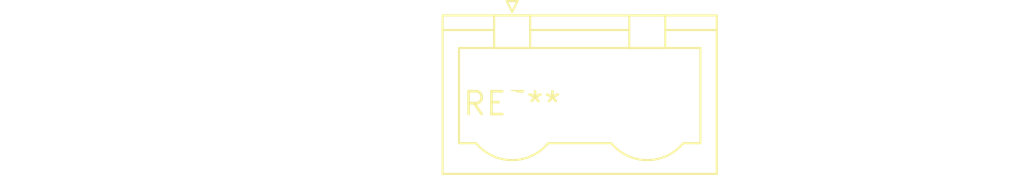
<source format=kicad_pcb>
(kicad_pcb (version 20240108) (generator pcbnew)
  (layers (0 "F.Cu" signal) (31 "B.Cu" signal) (34 "B.Paste" user) (35 "F.Paste" user) (36 "B.SilkS" user "B.Silkscreen") (37 "F.SilkS" user "F.Silkscreen") (38 "B.Mask" user) (39 "F.Mask" user) (44 "Edge.Cuts" user))
  (net 0 "")
  (footprint "PhoenixContact_GMSTBVA_2,5_2-G_1x02_P7.50mm_Vertical" (layer "F.Cu") (at 0 0)
    (property "Reference" "REF**")
    (property "Value" "PhoenixContact_GMSTBVA_2,5_2-G_1x02_P7.50mm_Vertical")
    (fp_line (start -3.86 -4.91) (end -3.86 3.91) (layer "F.SilkS") (stroke (width 0.12)))
    (fp_line (start -3.86 -4.1) (end -1.11 -4.1) (layer "F.SilkS") (stroke (width 0.12)))
    (fp_line (start -3.86 3.91) (end 11.36 3.91) (layer "F.SilkS") (stroke (width 0.12)))
    (fp_line (start -2.95 -3.1) (end 10.45 -3.1) (layer "F.SilkS") (stroke (width 0.12)))
    (fp_line (start -2.95 2.2) (end -2.95 -3.1) (layer "F.SilkS") (stroke (width 0.12)))
    (fp_line (start -2 2.2) (end -2.95 2.2) (layer "F.SilkS") (stroke (width 0.12)))
    (fp_line (start -1 -4.91) (end 1 -4.91) (layer "F.SilkS") (stroke (width 0.12)))
    (fp_line (start -1 -3.1) (end -1 -4.91) (layer "F.SilkS") (stroke (width 0.12)))
    (fp_line (start -0.3 -5.71) (end 0.3 -5.71) (layer "F.SilkS") (stroke (width 0.12)))
    (fp_line (start 0 -5.11) (end -0.3 -5.71) (layer "F.SilkS") (stroke (width 0.12)))
    (fp_line (start 0.3 -5.71) (end 0 -5.11) (layer "F.SilkS") (stroke (width 0.12)))
    (fp_line (start 1 -4.91) (end 1 -3.1) (layer "F.SilkS") (stroke (width 0.12)))
    (fp_line (start 1 -4.1) (end 6.5 -4.1) (layer "F.SilkS") (stroke (width 0.12)))
    (fp_line (start 1 -3.1) (end -1 -3.1) (layer "F.SilkS") (stroke (width 0.12)))
    (fp_line (start 2 2.2) (end 5.5 2.2) (layer "F.SilkS") (stroke (width 0.12)))
    (fp_line (start 6.5 -4.91) (end 8.5 -4.91) (layer "F.SilkS") (stroke (width 0.12)))
    (fp_line (start 6.5 -3.1) (end 6.5 -4.91) (layer "F.SilkS") (stroke (width 0.12)))
    (fp_line (start 8.5 -4.91) (end 8.5 -3.1) (layer "F.SilkS") (stroke (width 0.12)))
    (fp_line (start 8.5 -3.1) (end 6.5 -3.1) (layer "F.SilkS") (stroke (width 0.12)))
    (fp_line (start 10.45 -3.1) (end 10.45 2.2) (layer "F.SilkS") (stroke (width 0.12)))
    (fp_line (start 10.45 2.2) (end 9.5 2.2) (layer "F.SilkS") (stroke (width 0.12)))
    (fp_line (start 11.36 -4.91) (end -3.86 -4.91) (layer "F.SilkS") (stroke (width 0.12)))
    (fp_line (start 11.36 -4.1) (end 8.61 -4.1) (layer "F.SilkS") (stroke (width 0.12)))
    (fp_line (start 11.36 3.91) (end 11.36 -4.91) (layer "F.SilkS") (stroke (width 0.12)))
    (fp_arc (start 1.986842 2.215821) (mid -0.010289 3.142758) (end -2 2.2) (layer "F.SilkS") (stroke (width 0.12)))
    (fp_arc (start 9.486842 2.215821) (mid 7.489711 3.142758) (end 5.5 2.2) (layer "F.SilkS") (stroke (width 0.12)))
    (pad "1" thru_hole roundrect (at 0 0) (size 2 3.6) (drill 1.4) (layers *.Cu *.Mask) (remove_unused_layers) (roundrect_rratio 0.125))
    (pad "2" thru_hole oval (at 7.5 0) (size 2 3.6) (drill 1.4) (layers *.Cu *.Mask) (remove_unused_layers))
  )
)
</source>
